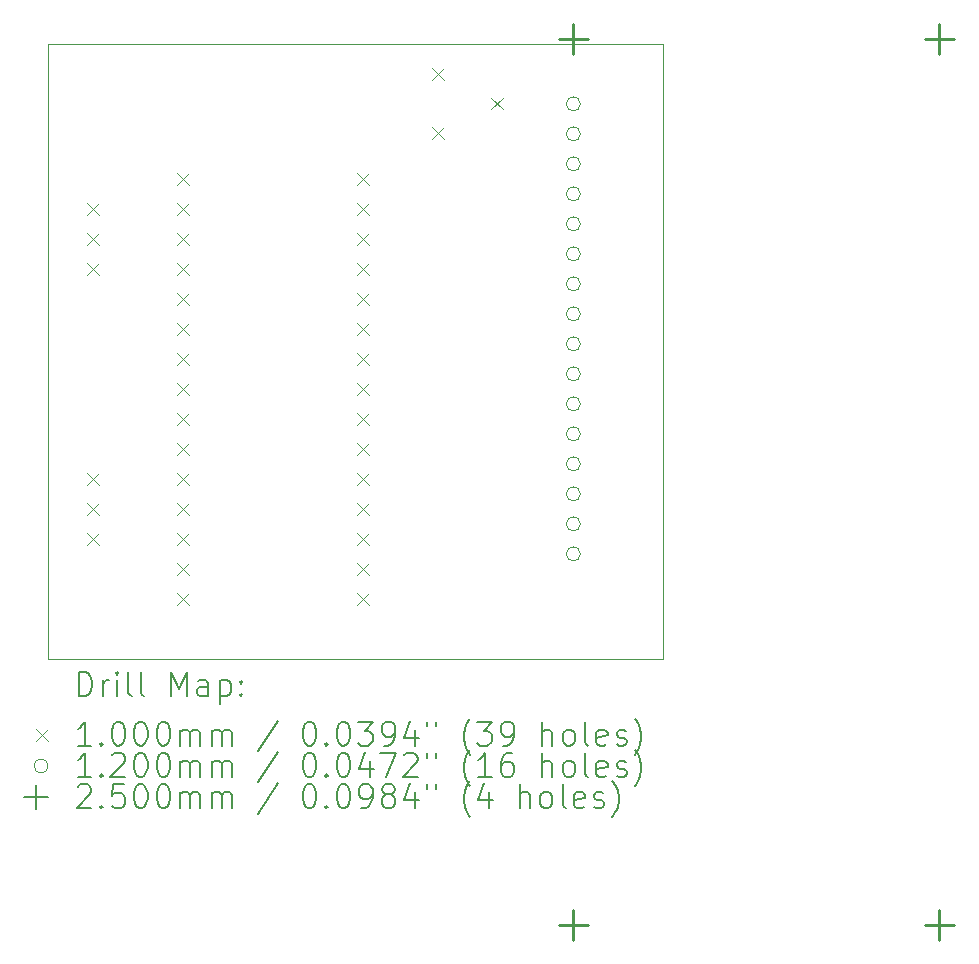
<source format=gbr>
%TF.GenerationSoftware,KiCad,Pcbnew,7.0.5*%
%TF.CreationDate,2024-09-21T21:15:24+03:00*%
%TF.ProjectId,MatterEverything_Board,4d617474-6572-4457-9665-72797468696e,rev?*%
%TF.SameCoordinates,Original*%
%TF.FileFunction,Drillmap*%
%TF.FilePolarity,Positive*%
%FSLAX45Y45*%
G04 Gerber Fmt 4.5, Leading zero omitted, Abs format (unit mm)*
G04 Created by KiCad (PCBNEW 7.0.5) date 2024-09-21 21:15:24*
%MOMM*%
%LPD*%
G01*
G04 APERTURE LIST*
%ADD10C,0.038100*%
%ADD11C,0.200000*%
%ADD12C,0.100000*%
%ADD13C,0.120000*%
%ADD14C,0.250000*%
G04 APERTURE END LIST*
D10*
X20574000Y-8128000D02*
X20574000Y-8382000D01*
X15367000Y-8128000D02*
X20574000Y-8128000D01*
X15367000Y-8382000D02*
X15367000Y-8128000D01*
X20574000Y-13335000D02*
X20574000Y-8382000D01*
X15367000Y-13335000D02*
X20574000Y-13335000D01*
X15367000Y-8382000D02*
X15367000Y-13335000D01*
D11*
D12*
X15698000Y-9475000D02*
X15798000Y-9575000D01*
X15798000Y-9475000D02*
X15698000Y-9575000D01*
X15698000Y-9729000D02*
X15798000Y-9829000D01*
X15798000Y-9729000D02*
X15698000Y-9829000D01*
X15698000Y-9983000D02*
X15798000Y-10083000D01*
X15798000Y-9983000D02*
X15698000Y-10083000D01*
X15698000Y-11761000D02*
X15798000Y-11861000D01*
X15798000Y-11761000D02*
X15698000Y-11861000D01*
X15698000Y-12015000D02*
X15798000Y-12115000D01*
X15798000Y-12015000D02*
X15698000Y-12115000D01*
X15698000Y-12269000D02*
X15798000Y-12369000D01*
X15798000Y-12269000D02*
X15698000Y-12369000D01*
X16460000Y-9221000D02*
X16560000Y-9321000D01*
X16560000Y-9221000D02*
X16460000Y-9321000D01*
X16460000Y-9475000D02*
X16560000Y-9575000D01*
X16560000Y-9475000D02*
X16460000Y-9575000D01*
X16460000Y-9729000D02*
X16560000Y-9829000D01*
X16560000Y-9729000D02*
X16460000Y-9829000D01*
X16460000Y-9983000D02*
X16560000Y-10083000D01*
X16560000Y-9983000D02*
X16460000Y-10083000D01*
X16460000Y-10237000D02*
X16560000Y-10337000D01*
X16560000Y-10237000D02*
X16460000Y-10337000D01*
X16460000Y-10491000D02*
X16560000Y-10591000D01*
X16560000Y-10491000D02*
X16460000Y-10591000D01*
X16460000Y-10745000D02*
X16560000Y-10845000D01*
X16560000Y-10745000D02*
X16460000Y-10845000D01*
X16460000Y-10999000D02*
X16560000Y-11099000D01*
X16560000Y-10999000D02*
X16460000Y-11099000D01*
X16460000Y-11253000D02*
X16560000Y-11353000D01*
X16560000Y-11253000D02*
X16460000Y-11353000D01*
X16460000Y-11507000D02*
X16560000Y-11607000D01*
X16560000Y-11507000D02*
X16460000Y-11607000D01*
X16460000Y-11761000D02*
X16560000Y-11861000D01*
X16560000Y-11761000D02*
X16460000Y-11861000D01*
X16460000Y-12015000D02*
X16560000Y-12115000D01*
X16560000Y-12015000D02*
X16460000Y-12115000D01*
X16460000Y-12269000D02*
X16560000Y-12369000D01*
X16560000Y-12269000D02*
X16460000Y-12369000D01*
X16460000Y-12523000D02*
X16560000Y-12623000D01*
X16560000Y-12523000D02*
X16460000Y-12623000D01*
X16460000Y-12777000D02*
X16560000Y-12877000D01*
X16560000Y-12777000D02*
X16460000Y-12877000D01*
X17984000Y-9221000D02*
X18084000Y-9321000D01*
X18084000Y-9221000D02*
X17984000Y-9321000D01*
X17984000Y-9475000D02*
X18084000Y-9575000D01*
X18084000Y-9475000D02*
X17984000Y-9575000D01*
X17984000Y-9729000D02*
X18084000Y-9829000D01*
X18084000Y-9729000D02*
X17984000Y-9829000D01*
X17984000Y-9983000D02*
X18084000Y-10083000D01*
X18084000Y-9983000D02*
X17984000Y-10083000D01*
X17984000Y-10237000D02*
X18084000Y-10337000D01*
X18084000Y-10237000D02*
X17984000Y-10337000D01*
X17984000Y-10491000D02*
X18084000Y-10591000D01*
X18084000Y-10491000D02*
X17984000Y-10591000D01*
X17984000Y-10745000D02*
X18084000Y-10845000D01*
X18084000Y-10745000D02*
X17984000Y-10845000D01*
X17984000Y-10999000D02*
X18084000Y-11099000D01*
X18084000Y-10999000D02*
X17984000Y-11099000D01*
X17984000Y-11253000D02*
X18084000Y-11353000D01*
X18084000Y-11253000D02*
X17984000Y-11353000D01*
X17984000Y-11507000D02*
X18084000Y-11607000D01*
X18084000Y-11507000D02*
X17984000Y-11607000D01*
X17984000Y-11761000D02*
X18084000Y-11861000D01*
X18084000Y-11761000D02*
X17984000Y-11861000D01*
X17984000Y-12015000D02*
X18084000Y-12115000D01*
X18084000Y-12015000D02*
X17984000Y-12115000D01*
X17984000Y-12269000D02*
X18084000Y-12369000D01*
X18084000Y-12269000D02*
X17984000Y-12369000D01*
X17984000Y-12523000D02*
X18084000Y-12623000D01*
X18084000Y-12523000D02*
X17984000Y-12623000D01*
X17984000Y-12777000D02*
X18084000Y-12877000D01*
X18084000Y-12777000D02*
X17984000Y-12877000D01*
X18619000Y-8332000D02*
X18719000Y-8432000D01*
X18719000Y-8332000D02*
X18619000Y-8432000D01*
X18619000Y-8832000D02*
X18719000Y-8932000D01*
X18719000Y-8832000D02*
X18619000Y-8932000D01*
X19119000Y-8582000D02*
X19219000Y-8682000D01*
X19219000Y-8582000D02*
X19119000Y-8682000D01*
D13*
X19872000Y-8636000D02*
G75*
G03*
X19872000Y-8636000I-60000J0D01*
G01*
X19872000Y-8890000D02*
G75*
G03*
X19872000Y-8890000I-60000J0D01*
G01*
X19872000Y-9144000D02*
G75*
G03*
X19872000Y-9144000I-60000J0D01*
G01*
X19872000Y-9398000D02*
G75*
G03*
X19872000Y-9398000I-60000J0D01*
G01*
X19872000Y-9652000D02*
G75*
G03*
X19872000Y-9652000I-60000J0D01*
G01*
X19872000Y-9906000D02*
G75*
G03*
X19872000Y-9906000I-60000J0D01*
G01*
X19872000Y-10160000D02*
G75*
G03*
X19872000Y-10160000I-60000J0D01*
G01*
X19872000Y-10414000D02*
G75*
G03*
X19872000Y-10414000I-60000J0D01*
G01*
X19872000Y-10668000D02*
G75*
G03*
X19872000Y-10668000I-60000J0D01*
G01*
X19872000Y-10922000D02*
G75*
G03*
X19872000Y-10922000I-60000J0D01*
G01*
X19872000Y-11176000D02*
G75*
G03*
X19872000Y-11176000I-60000J0D01*
G01*
X19872000Y-11430000D02*
G75*
G03*
X19872000Y-11430000I-60000J0D01*
G01*
X19872000Y-11684000D02*
G75*
G03*
X19872000Y-11684000I-60000J0D01*
G01*
X19872000Y-11938000D02*
G75*
G03*
X19872000Y-11938000I-60000J0D01*
G01*
X19872000Y-12192000D02*
G75*
G03*
X19872000Y-12192000I-60000J0D01*
G01*
X19872000Y-12446000D02*
G75*
G03*
X19872000Y-12446000I-60000J0D01*
G01*
D14*
X19812000Y-7961090D02*
X19812000Y-8211090D01*
X19687000Y-8086090D02*
X19937000Y-8086090D01*
X19812000Y-15461000D02*
X19812000Y-15711000D01*
X19687000Y-15586000D02*
X19937000Y-15586000D01*
X22912070Y-7961090D02*
X22912070Y-8211090D01*
X22787070Y-8086090D02*
X23037070Y-8086090D01*
X22912070Y-15460948D02*
X22912070Y-15710948D01*
X22787070Y-15585948D02*
X23037070Y-15585948D01*
D11*
X15625872Y-13648389D02*
X15625872Y-13448389D01*
X15625872Y-13448389D02*
X15673491Y-13448389D01*
X15673491Y-13448389D02*
X15702062Y-13457913D01*
X15702062Y-13457913D02*
X15721110Y-13476960D01*
X15721110Y-13476960D02*
X15730634Y-13496008D01*
X15730634Y-13496008D02*
X15740157Y-13534103D01*
X15740157Y-13534103D02*
X15740157Y-13562674D01*
X15740157Y-13562674D02*
X15730634Y-13600770D01*
X15730634Y-13600770D02*
X15721110Y-13619817D01*
X15721110Y-13619817D02*
X15702062Y-13638865D01*
X15702062Y-13638865D02*
X15673491Y-13648389D01*
X15673491Y-13648389D02*
X15625872Y-13648389D01*
X15825872Y-13648389D02*
X15825872Y-13515055D01*
X15825872Y-13553151D02*
X15835396Y-13534103D01*
X15835396Y-13534103D02*
X15844919Y-13524579D01*
X15844919Y-13524579D02*
X15863967Y-13515055D01*
X15863967Y-13515055D02*
X15883015Y-13515055D01*
X15949681Y-13648389D02*
X15949681Y-13515055D01*
X15949681Y-13448389D02*
X15940157Y-13457913D01*
X15940157Y-13457913D02*
X15949681Y-13467436D01*
X15949681Y-13467436D02*
X15959205Y-13457913D01*
X15959205Y-13457913D02*
X15949681Y-13448389D01*
X15949681Y-13448389D02*
X15949681Y-13467436D01*
X16073491Y-13648389D02*
X16054443Y-13638865D01*
X16054443Y-13638865D02*
X16044919Y-13619817D01*
X16044919Y-13619817D02*
X16044919Y-13448389D01*
X16178253Y-13648389D02*
X16159205Y-13638865D01*
X16159205Y-13638865D02*
X16149681Y-13619817D01*
X16149681Y-13619817D02*
X16149681Y-13448389D01*
X16406824Y-13648389D02*
X16406824Y-13448389D01*
X16406824Y-13448389D02*
X16473491Y-13591246D01*
X16473491Y-13591246D02*
X16540157Y-13448389D01*
X16540157Y-13448389D02*
X16540157Y-13648389D01*
X16721110Y-13648389D02*
X16721110Y-13543627D01*
X16721110Y-13543627D02*
X16711586Y-13524579D01*
X16711586Y-13524579D02*
X16692538Y-13515055D01*
X16692538Y-13515055D02*
X16654443Y-13515055D01*
X16654443Y-13515055D02*
X16635396Y-13524579D01*
X16721110Y-13638865D02*
X16702062Y-13648389D01*
X16702062Y-13648389D02*
X16654443Y-13648389D01*
X16654443Y-13648389D02*
X16635396Y-13638865D01*
X16635396Y-13638865D02*
X16625872Y-13619817D01*
X16625872Y-13619817D02*
X16625872Y-13600770D01*
X16625872Y-13600770D02*
X16635396Y-13581722D01*
X16635396Y-13581722D02*
X16654443Y-13572198D01*
X16654443Y-13572198D02*
X16702062Y-13572198D01*
X16702062Y-13572198D02*
X16721110Y-13562674D01*
X16816348Y-13515055D02*
X16816348Y-13715055D01*
X16816348Y-13524579D02*
X16835396Y-13515055D01*
X16835396Y-13515055D02*
X16873491Y-13515055D01*
X16873491Y-13515055D02*
X16892539Y-13524579D01*
X16892539Y-13524579D02*
X16902062Y-13534103D01*
X16902062Y-13534103D02*
X16911586Y-13553151D01*
X16911586Y-13553151D02*
X16911586Y-13610293D01*
X16911586Y-13610293D02*
X16902062Y-13629341D01*
X16902062Y-13629341D02*
X16892539Y-13638865D01*
X16892539Y-13638865D02*
X16873491Y-13648389D01*
X16873491Y-13648389D02*
X16835396Y-13648389D01*
X16835396Y-13648389D02*
X16816348Y-13638865D01*
X16997300Y-13629341D02*
X17006824Y-13638865D01*
X17006824Y-13638865D02*
X16997300Y-13648389D01*
X16997300Y-13648389D02*
X16987777Y-13638865D01*
X16987777Y-13638865D02*
X16997300Y-13629341D01*
X16997300Y-13629341D02*
X16997300Y-13648389D01*
X16997300Y-13524579D02*
X17006824Y-13534103D01*
X17006824Y-13534103D02*
X16997300Y-13543627D01*
X16997300Y-13543627D02*
X16987777Y-13534103D01*
X16987777Y-13534103D02*
X16997300Y-13524579D01*
X16997300Y-13524579D02*
X16997300Y-13543627D01*
D12*
X15265095Y-13926905D02*
X15365095Y-14026905D01*
X15365095Y-13926905D02*
X15265095Y-14026905D01*
D11*
X15730634Y-14068389D02*
X15616348Y-14068389D01*
X15673491Y-14068389D02*
X15673491Y-13868389D01*
X15673491Y-13868389D02*
X15654443Y-13896960D01*
X15654443Y-13896960D02*
X15635396Y-13916008D01*
X15635396Y-13916008D02*
X15616348Y-13925532D01*
X15816348Y-14049341D02*
X15825872Y-14058865D01*
X15825872Y-14058865D02*
X15816348Y-14068389D01*
X15816348Y-14068389D02*
X15806824Y-14058865D01*
X15806824Y-14058865D02*
X15816348Y-14049341D01*
X15816348Y-14049341D02*
X15816348Y-14068389D01*
X15949681Y-13868389D02*
X15968729Y-13868389D01*
X15968729Y-13868389D02*
X15987777Y-13877913D01*
X15987777Y-13877913D02*
X15997300Y-13887436D01*
X15997300Y-13887436D02*
X16006824Y-13906484D01*
X16006824Y-13906484D02*
X16016348Y-13944579D01*
X16016348Y-13944579D02*
X16016348Y-13992198D01*
X16016348Y-13992198D02*
X16006824Y-14030293D01*
X16006824Y-14030293D02*
X15997300Y-14049341D01*
X15997300Y-14049341D02*
X15987777Y-14058865D01*
X15987777Y-14058865D02*
X15968729Y-14068389D01*
X15968729Y-14068389D02*
X15949681Y-14068389D01*
X15949681Y-14068389D02*
X15930634Y-14058865D01*
X15930634Y-14058865D02*
X15921110Y-14049341D01*
X15921110Y-14049341D02*
X15911586Y-14030293D01*
X15911586Y-14030293D02*
X15902062Y-13992198D01*
X15902062Y-13992198D02*
X15902062Y-13944579D01*
X15902062Y-13944579D02*
X15911586Y-13906484D01*
X15911586Y-13906484D02*
X15921110Y-13887436D01*
X15921110Y-13887436D02*
X15930634Y-13877913D01*
X15930634Y-13877913D02*
X15949681Y-13868389D01*
X16140157Y-13868389D02*
X16159205Y-13868389D01*
X16159205Y-13868389D02*
X16178253Y-13877913D01*
X16178253Y-13877913D02*
X16187777Y-13887436D01*
X16187777Y-13887436D02*
X16197300Y-13906484D01*
X16197300Y-13906484D02*
X16206824Y-13944579D01*
X16206824Y-13944579D02*
X16206824Y-13992198D01*
X16206824Y-13992198D02*
X16197300Y-14030293D01*
X16197300Y-14030293D02*
X16187777Y-14049341D01*
X16187777Y-14049341D02*
X16178253Y-14058865D01*
X16178253Y-14058865D02*
X16159205Y-14068389D01*
X16159205Y-14068389D02*
X16140157Y-14068389D01*
X16140157Y-14068389D02*
X16121110Y-14058865D01*
X16121110Y-14058865D02*
X16111586Y-14049341D01*
X16111586Y-14049341D02*
X16102062Y-14030293D01*
X16102062Y-14030293D02*
X16092538Y-13992198D01*
X16092538Y-13992198D02*
X16092538Y-13944579D01*
X16092538Y-13944579D02*
X16102062Y-13906484D01*
X16102062Y-13906484D02*
X16111586Y-13887436D01*
X16111586Y-13887436D02*
X16121110Y-13877913D01*
X16121110Y-13877913D02*
X16140157Y-13868389D01*
X16330634Y-13868389D02*
X16349681Y-13868389D01*
X16349681Y-13868389D02*
X16368729Y-13877913D01*
X16368729Y-13877913D02*
X16378253Y-13887436D01*
X16378253Y-13887436D02*
X16387777Y-13906484D01*
X16387777Y-13906484D02*
X16397300Y-13944579D01*
X16397300Y-13944579D02*
X16397300Y-13992198D01*
X16397300Y-13992198D02*
X16387777Y-14030293D01*
X16387777Y-14030293D02*
X16378253Y-14049341D01*
X16378253Y-14049341D02*
X16368729Y-14058865D01*
X16368729Y-14058865D02*
X16349681Y-14068389D01*
X16349681Y-14068389D02*
X16330634Y-14068389D01*
X16330634Y-14068389D02*
X16311586Y-14058865D01*
X16311586Y-14058865D02*
X16302062Y-14049341D01*
X16302062Y-14049341D02*
X16292538Y-14030293D01*
X16292538Y-14030293D02*
X16283015Y-13992198D01*
X16283015Y-13992198D02*
X16283015Y-13944579D01*
X16283015Y-13944579D02*
X16292538Y-13906484D01*
X16292538Y-13906484D02*
X16302062Y-13887436D01*
X16302062Y-13887436D02*
X16311586Y-13877913D01*
X16311586Y-13877913D02*
X16330634Y-13868389D01*
X16483015Y-14068389D02*
X16483015Y-13935055D01*
X16483015Y-13954103D02*
X16492538Y-13944579D01*
X16492538Y-13944579D02*
X16511586Y-13935055D01*
X16511586Y-13935055D02*
X16540158Y-13935055D01*
X16540158Y-13935055D02*
X16559205Y-13944579D01*
X16559205Y-13944579D02*
X16568729Y-13963627D01*
X16568729Y-13963627D02*
X16568729Y-14068389D01*
X16568729Y-13963627D02*
X16578253Y-13944579D01*
X16578253Y-13944579D02*
X16597300Y-13935055D01*
X16597300Y-13935055D02*
X16625872Y-13935055D01*
X16625872Y-13935055D02*
X16644919Y-13944579D01*
X16644919Y-13944579D02*
X16654443Y-13963627D01*
X16654443Y-13963627D02*
X16654443Y-14068389D01*
X16749681Y-14068389D02*
X16749681Y-13935055D01*
X16749681Y-13954103D02*
X16759205Y-13944579D01*
X16759205Y-13944579D02*
X16778253Y-13935055D01*
X16778253Y-13935055D02*
X16806824Y-13935055D01*
X16806824Y-13935055D02*
X16825872Y-13944579D01*
X16825872Y-13944579D02*
X16835396Y-13963627D01*
X16835396Y-13963627D02*
X16835396Y-14068389D01*
X16835396Y-13963627D02*
X16844920Y-13944579D01*
X16844920Y-13944579D02*
X16863967Y-13935055D01*
X16863967Y-13935055D02*
X16892539Y-13935055D01*
X16892539Y-13935055D02*
X16911586Y-13944579D01*
X16911586Y-13944579D02*
X16921110Y-13963627D01*
X16921110Y-13963627D02*
X16921110Y-14068389D01*
X17311586Y-13858865D02*
X17140158Y-14116008D01*
X17568729Y-13868389D02*
X17587777Y-13868389D01*
X17587777Y-13868389D02*
X17606824Y-13877913D01*
X17606824Y-13877913D02*
X17616348Y-13887436D01*
X17616348Y-13887436D02*
X17625872Y-13906484D01*
X17625872Y-13906484D02*
X17635396Y-13944579D01*
X17635396Y-13944579D02*
X17635396Y-13992198D01*
X17635396Y-13992198D02*
X17625872Y-14030293D01*
X17625872Y-14030293D02*
X17616348Y-14049341D01*
X17616348Y-14049341D02*
X17606824Y-14058865D01*
X17606824Y-14058865D02*
X17587777Y-14068389D01*
X17587777Y-14068389D02*
X17568729Y-14068389D01*
X17568729Y-14068389D02*
X17549682Y-14058865D01*
X17549682Y-14058865D02*
X17540158Y-14049341D01*
X17540158Y-14049341D02*
X17530634Y-14030293D01*
X17530634Y-14030293D02*
X17521110Y-13992198D01*
X17521110Y-13992198D02*
X17521110Y-13944579D01*
X17521110Y-13944579D02*
X17530634Y-13906484D01*
X17530634Y-13906484D02*
X17540158Y-13887436D01*
X17540158Y-13887436D02*
X17549682Y-13877913D01*
X17549682Y-13877913D02*
X17568729Y-13868389D01*
X17721110Y-14049341D02*
X17730634Y-14058865D01*
X17730634Y-14058865D02*
X17721110Y-14068389D01*
X17721110Y-14068389D02*
X17711586Y-14058865D01*
X17711586Y-14058865D02*
X17721110Y-14049341D01*
X17721110Y-14049341D02*
X17721110Y-14068389D01*
X17854443Y-13868389D02*
X17873491Y-13868389D01*
X17873491Y-13868389D02*
X17892539Y-13877913D01*
X17892539Y-13877913D02*
X17902063Y-13887436D01*
X17902063Y-13887436D02*
X17911586Y-13906484D01*
X17911586Y-13906484D02*
X17921110Y-13944579D01*
X17921110Y-13944579D02*
X17921110Y-13992198D01*
X17921110Y-13992198D02*
X17911586Y-14030293D01*
X17911586Y-14030293D02*
X17902063Y-14049341D01*
X17902063Y-14049341D02*
X17892539Y-14058865D01*
X17892539Y-14058865D02*
X17873491Y-14068389D01*
X17873491Y-14068389D02*
X17854443Y-14068389D01*
X17854443Y-14068389D02*
X17835396Y-14058865D01*
X17835396Y-14058865D02*
X17825872Y-14049341D01*
X17825872Y-14049341D02*
X17816348Y-14030293D01*
X17816348Y-14030293D02*
X17806824Y-13992198D01*
X17806824Y-13992198D02*
X17806824Y-13944579D01*
X17806824Y-13944579D02*
X17816348Y-13906484D01*
X17816348Y-13906484D02*
X17825872Y-13887436D01*
X17825872Y-13887436D02*
X17835396Y-13877913D01*
X17835396Y-13877913D02*
X17854443Y-13868389D01*
X17987777Y-13868389D02*
X18111586Y-13868389D01*
X18111586Y-13868389D02*
X18044920Y-13944579D01*
X18044920Y-13944579D02*
X18073491Y-13944579D01*
X18073491Y-13944579D02*
X18092539Y-13954103D01*
X18092539Y-13954103D02*
X18102063Y-13963627D01*
X18102063Y-13963627D02*
X18111586Y-13982674D01*
X18111586Y-13982674D02*
X18111586Y-14030293D01*
X18111586Y-14030293D02*
X18102063Y-14049341D01*
X18102063Y-14049341D02*
X18092539Y-14058865D01*
X18092539Y-14058865D02*
X18073491Y-14068389D01*
X18073491Y-14068389D02*
X18016348Y-14068389D01*
X18016348Y-14068389D02*
X17997301Y-14058865D01*
X17997301Y-14058865D02*
X17987777Y-14049341D01*
X18206824Y-14068389D02*
X18244920Y-14068389D01*
X18244920Y-14068389D02*
X18263967Y-14058865D01*
X18263967Y-14058865D02*
X18273491Y-14049341D01*
X18273491Y-14049341D02*
X18292539Y-14020770D01*
X18292539Y-14020770D02*
X18302063Y-13982674D01*
X18302063Y-13982674D02*
X18302063Y-13906484D01*
X18302063Y-13906484D02*
X18292539Y-13887436D01*
X18292539Y-13887436D02*
X18283015Y-13877913D01*
X18283015Y-13877913D02*
X18263967Y-13868389D01*
X18263967Y-13868389D02*
X18225872Y-13868389D01*
X18225872Y-13868389D02*
X18206824Y-13877913D01*
X18206824Y-13877913D02*
X18197301Y-13887436D01*
X18197301Y-13887436D02*
X18187777Y-13906484D01*
X18187777Y-13906484D02*
X18187777Y-13954103D01*
X18187777Y-13954103D02*
X18197301Y-13973151D01*
X18197301Y-13973151D02*
X18206824Y-13982674D01*
X18206824Y-13982674D02*
X18225872Y-13992198D01*
X18225872Y-13992198D02*
X18263967Y-13992198D01*
X18263967Y-13992198D02*
X18283015Y-13982674D01*
X18283015Y-13982674D02*
X18292539Y-13973151D01*
X18292539Y-13973151D02*
X18302063Y-13954103D01*
X18473491Y-13935055D02*
X18473491Y-14068389D01*
X18425872Y-13858865D02*
X18378253Y-14001722D01*
X18378253Y-14001722D02*
X18502063Y-14001722D01*
X18568729Y-13868389D02*
X18568729Y-13906484D01*
X18644920Y-13868389D02*
X18644920Y-13906484D01*
X18940158Y-14144579D02*
X18930634Y-14135055D01*
X18930634Y-14135055D02*
X18911586Y-14106484D01*
X18911586Y-14106484D02*
X18902063Y-14087436D01*
X18902063Y-14087436D02*
X18892539Y-14058865D01*
X18892539Y-14058865D02*
X18883015Y-14011246D01*
X18883015Y-14011246D02*
X18883015Y-13973151D01*
X18883015Y-13973151D02*
X18892539Y-13925532D01*
X18892539Y-13925532D02*
X18902063Y-13896960D01*
X18902063Y-13896960D02*
X18911586Y-13877913D01*
X18911586Y-13877913D02*
X18930634Y-13849341D01*
X18930634Y-13849341D02*
X18940158Y-13839817D01*
X18997301Y-13868389D02*
X19121110Y-13868389D01*
X19121110Y-13868389D02*
X19054444Y-13944579D01*
X19054444Y-13944579D02*
X19083015Y-13944579D01*
X19083015Y-13944579D02*
X19102063Y-13954103D01*
X19102063Y-13954103D02*
X19111586Y-13963627D01*
X19111586Y-13963627D02*
X19121110Y-13982674D01*
X19121110Y-13982674D02*
X19121110Y-14030293D01*
X19121110Y-14030293D02*
X19111586Y-14049341D01*
X19111586Y-14049341D02*
X19102063Y-14058865D01*
X19102063Y-14058865D02*
X19083015Y-14068389D01*
X19083015Y-14068389D02*
X19025872Y-14068389D01*
X19025872Y-14068389D02*
X19006825Y-14058865D01*
X19006825Y-14058865D02*
X18997301Y-14049341D01*
X19216348Y-14068389D02*
X19254444Y-14068389D01*
X19254444Y-14068389D02*
X19273491Y-14058865D01*
X19273491Y-14058865D02*
X19283015Y-14049341D01*
X19283015Y-14049341D02*
X19302063Y-14020770D01*
X19302063Y-14020770D02*
X19311586Y-13982674D01*
X19311586Y-13982674D02*
X19311586Y-13906484D01*
X19311586Y-13906484D02*
X19302063Y-13887436D01*
X19302063Y-13887436D02*
X19292539Y-13877913D01*
X19292539Y-13877913D02*
X19273491Y-13868389D01*
X19273491Y-13868389D02*
X19235396Y-13868389D01*
X19235396Y-13868389D02*
X19216348Y-13877913D01*
X19216348Y-13877913D02*
X19206825Y-13887436D01*
X19206825Y-13887436D02*
X19197301Y-13906484D01*
X19197301Y-13906484D02*
X19197301Y-13954103D01*
X19197301Y-13954103D02*
X19206825Y-13973151D01*
X19206825Y-13973151D02*
X19216348Y-13982674D01*
X19216348Y-13982674D02*
X19235396Y-13992198D01*
X19235396Y-13992198D02*
X19273491Y-13992198D01*
X19273491Y-13992198D02*
X19292539Y-13982674D01*
X19292539Y-13982674D02*
X19302063Y-13973151D01*
X19302063Y-13973151D02*
X19311586Y-13954103D01*
X19549682Y-14068389D02*
X19549682Y-13868389D01*
X19635396Y-14068389D02*
X19635396Y-13963627D01*
X19635396Y-13963627D02*
X19625872Y-13944579D01*
X19625872Y-13944579D02*
X19606825Y-13935055D01*
X19606825Y-13935055D02*
X19578253Y-13935055D01*
X19578253Y-13935055D02*
X19559206Y-13944579D01*
X19559206Y-13944579D02*
X19549682Y-13954103D01*
X19759206Y-14068389D02*
X19740158Y-14058865D01*
X19740158Y-14058865D02*
X19730634Y-14049341D01*
X19730634Y-14049341D02*
X19721110Y-14030293D01*
X19721110Y-14030293D02*
X19721110Y-13973151D01*
X19721110Y-13973151D02*
X19730634Y-13954103D01*
X19730634Y-13954103D02*
X19740158Y-13944579D01*
X19740158Y-13944579D02*
X19759206Y-13935055D01*
X19759206Y-13935055D02*
X19787777Y-13935055D01*
X19787777Y-13935055D02*
X19806825Y-13944579D01*
X19806825Y-13944579D02*
X19816348Y-13954103D01*
X19816348Y-13954103D02*
X19825872Y-13973151D01*
X19825872Y-13973151D02*
X19825872Y-14030293D01*
X19825872Y-14030293D02*
X19816348Y-14049341D01*
X19816348Y-14049341D02*
X19806825Y-14058865D01*
X19806825Y-14058865D02*
X19787777Y-14068389D01*
X19787777Y-14068389D02*
X19759206Y-14068389D01*
X19940158Y-14068389D02*
X19921110Y-14058865D01*
X19921110Y-14058865D02*
X19911587Y-14039817D01*
X19911587Y-14039817D02*
X19911587Y-13868389D01*
X20092539Y-14058865D02*
X20073491Y-14068389D01*
X20073491Y-14068389D02*
X20035396Y-14068389D01*
X20035396Y-14068389D02*
X20016348Y-14058865D01*
X20016348Y-14058865D02*
X20006825Y-14039817D01*
X20006825Y-14039817D02*
X20006825Y-13963627D01*
X20006825Y-13963627D02*
X20016348Y-13944579D01*
X20016348Y-13944579D02*
X20035396Y-13935055D01*
X20035396Y-13935055D02*
X20073491Y-13935055D01*
X20073491Y-13935055D02*
X20092539Y-13944579D01*
X20092539Y-13944579D02*
X20102063Y-13963627D01*
X20102063Y-13963627D02*
X20102063Y-13982674D01*
X20102063Y-13982674D02*
X20006825Y-14001722D01*
X20178253Y-14058865D02*
X20197301Y-14068389D01*
X20197301Y-14068389D02*
X20235396Y-14068389D01*
X20235396Y-14068389D02*
X20254444Y-14058865D01*
X20254444Y-14058865D02*
X20263968Y-14039817D01*
X20263968Y-14039817D02*
X20263968Y-14030293D01*
X20263968Y-14030293D02*
X20254444Y-14011246D01*
X20254444Y-14011246D02*
X20235396Y-14001722D01*
X20235396Y-14001722D02*
X20206825Y-14001722D01*
X20206825Y-14001722D02*
X20187777Y-13992198D01*
X20187777Y-13992198D02*
X20178253Y-13973151D01*
X20178253Y-13973151D02*
X20178253Y-13963627D01*
X20178253Y-13963627D02*
X20187777Y-13944579D01*
X20187777Y-13944579D02*
X20206825Y-13935055D01*
X20206825Y-13935055D02*
X20235396Y-13935055D01*
X20235396Y-13935055D02*
X20254444Y-13944579D01*
X20330634Y-14144579D02*
X20340158Y-14135055D01*
X20340158Y-14135055D02*
X20359206Y-14106484D01*
X20359206Y-14106484D02*
X20368729Y-14087436D01*
X20368729Y-14087436D02*
X20378253Y-14058865D01*
X20378253Y-14058865D02*
X20387777Y-14011246D01*
X20387777Y-14011246D02*
X20387777Y-13973151D01*
X20387777Y-13973151D02*
X20378253Y-13925532D01*
X20378253Y-13925532D02*
X20368729Y-13896960D01*
X20368729Y-13896960D02*
X20359206Y-13877913D01*
X20359206Y-13877913D02*
X20340158Y-13849341D01*
X20340158Y-13849341D02*
X20330634Y-13839817D01*
D13*
X15365095Y-14240905D02*
G75*
G03*
X15365095Y-14240905I-60000J0D01*
G01*
D11*
X15730634Y-14332389D02*
X15616348Y-14332389D01*
X15673491Y-14332389D02*
X15673491Y-14132389D01*
X15673491Y-14132389D02*
X15654443Y-14160960D01*
X15654443Y-14160960D02*
X15635396Y-14180008D01*
X15635396Y-14180008D02*
X15616348Y-14189532D01*
X15816348Y-14313341D02*
X15825872Y-14322865D01*
X15825872Y-14322865D02*
X15816348Y-14332389D01*
X15816348Y-14332389D02*
X15806824Y-14322865D01*
X15806824Y-14322865D02*
X15816348Y-14313341D01*
X15816348Y-14313341D02*
X15816348Y-14332389D01*
X15902062Y-14151436D02*
X15911586Y-14141913D01*
X15911586Y-14141913D02*
X15930634Y-14132389D01*
X15930634Y-14132389D02*
X15978253Y-14132389D01*
X15978253Y-14132389D02*
X15997300Y-14141913D01*
X15997300Y-14141913D02*
X16006824Y-14151436D01*
X16006824Y-14151436D02*
X16016348Y-14170484D01*
X16016348Y-14170484D02*
X16016348Y-14189532D01*
X16016348Y-14189532D02*
X16006824Y-14218103D01*
X16006824Y-14218103D02*
X15892538Y-14332389D01*
X15892538Y-14332389D02*
X16016348Y-14332389D01*
X16140157Y-14132389D02*
X16159205Y-14132389D01*
X16159205Y-14132389D02*
X16178253Y-14141913D01*
X16178253Y-14141913D02*
X16187777Y-14151436D01*
X16187777Y-14151436D02*
X16197300Y-14170484D01*
X16197300Y-14170484D02*
X16206824Y-14208579D01*
X16206824Y-14208579D02*
X16206824Y-14256198D01*
X16206824Y-14256198D02*
X16197300Y-14294293D01*
X16197300Y-14294293D02*
X16187777Y-14313341D01*
X16187777Y-14313341D02*
X16178253Y-14322865D01*
X16178253Y-14322865D02*
X16159205Y-14332389D01*
X16159205Y-14332389D02*
X16140157Y-14332389D01*
X16140157Y-14332389D02*
X16121110Y-14322865D01*
X16121110Y-14322865D02*
X16111586Y-14313341D01*
X16111586Y-14313341D02*
X16102062Y-14294293D01*
X16102062Y-14294293D02*
X16092538Y-14256198D01*
X16092538Y-14256198D02*
X16092538Y-14208579D01*
X16092538Y-14208579D02*
X16102062Y-14170484D01*
X16102062Y-14170484D02*
X16111586Y-14151436D01*
X16111586Y-14151436D02*
X16121110Y-14141913D01*
X16121110Y-14141913D02*
X16140157Y-14132389D01*
X16330634Y-14132389D02*
X16349681Y-14132389D01*
X16349681Y-14132389D02*
X16368729Y-14141913D01*
X16368729Y-14141913D02*
X16378253Y-14151436D01*
X16378253Y-14151436D02*
X16387777Y-14170484D01*
X16387777Y-14170484D02*
X16397300Y-14208579D01*
X16397300Y-14208579D02*
X16397300Y-14256198D01*
X16397300Y-14256198D02*
X16387777Y-14294293D01*
X16387777Y-14294293D02*
X16378253Y-14313341D01*
X16378253Y-14313341D02*
X16368729Y-14322865D01*
X16368729Y-14322865D02*
X16349681Y-14332389D01*
X16349681Y-14332389D02*
X16330634Y-14332389D01*
X16330634Y-14332389D02*
X16311586Y-14322865D01*
X16311586Y-14322865D02*
X16302062Y-14313341D01*
X16302062Y-14313341D02*
X16292538Y-14294293D01*
X16292538Y-14294293D02*
X16283015Y-14256198D01*
X16283015Y-14256198D02*
X16283015Y-14208579D01*
X16283015Y-14208579D02*
X16292538Y-14170484D01*
X16292538Y-14170484D02*
X16302062Y-14151436D01*
X16302062Y-14151436D02*
X16311586Y-14141913D01*
X16311586Y-14141913D02*
X16330634Y-14132389D01*
X16483015Y-14332389D02*
X16483015Y-14199055D01*
X16483015Y-14218103D02*
X16492538Y-14208579D01*
X16492538Y-14208579D02*
X16511586Y-14199055D01*
X16511586Y-14199055D02*
X16540158Y-14199055D01*
X16540158Y-14199055D02*
X16559205Y-14208579D01*
X16559205Y-14208579D02*
X16568729Y-14227627D01*
X16568729Y-14227627D02*
X16568729Y-14332389D01*
X16568729Y-14227627D02*
X16578253Y-14208579D01*
X16578253Y-14208579D02*
X16597300Y-14199055D01*
X16597300Y-14199055D02*
X16625872Y-14199055D01*
X16625872Y-14199055D02*
X16644919Y-14208579D01*
X16644919Y-14208579D02*
X16654443Y-14227627D01*
X16654443Y-14227627D02*
X16654443Y-14332389D01*
X16749681Y-14332389D02*
X16749681Y-14199055D01*
X16749681Y-14218103D02*
X16759205Y-14208579D01*
X16759205Y-14208579D02*
X16778253Y-14199055D01*
X16778253Y-14199055D02*
X16806824Y-14199055D01*
X16806824Y-14199055D02*
X16825872Y-14208579D01*
X16825872Y-14208579D02*
X16835396Y-14227627D01*
X16835396Y-14227627D02*
X16835396Y-14332389D01*
X16835396Y-14227627D02*
X16844920Y-14208579D01*
X16844920Y-14208579D02*
X16863967Y-14199055D01*
X16863967Y-14199055D02*
X16892539Y-14199055D01*
X16892539Y-14199055D02*
X16911586Y-14208579D01*
X16911586Y-14208579D02*
X16921110Y-14227627D01*
X16921110Y-14227627D02*
X16921110Y-14332389D01*
X17311586Y-14122865D02*
X17140158Y-14380008D01*
X17568729Y-14132389D02*
X17587777Y-14132389D01*
X17587777Y-14132389D02*
X17606824Y-14141913D01*
X17606824Y-14141913D02*
X17616348Y-14151436D01*
X17616348Y-14151436D02*
X17625872Y-14170484D01*
X17625872Y-14170484D02*
X17635396Y-14208579D01*
X17635396Y-14208579D02*
X17635396Y-14256198D01*
X17635396Y-14256198D02*
X17625872Y-14294293D01*
X17625872Y-14294293D02*
X17616348Y-14313341D01*
X17616348Y-14313341D02*
X17606824Y-14322865D01*
X17606824Y-14322865D02*
X17587777Y-14332389D01*
X17587777Y-14332389D02*
X17568729Y-14332389D01*
X17568729Y-14332389D02*
X17549682Y-14322865D01*
X17549682Y-14322865D02*
X17540158Y-14313341D01*
X17540158Y-14313341D02*
X17530634Y-14294293D01*
X17530634Y-14294293D02*
X17521110Y-14256198D01*
X17521110Y-14256198D02*
X17521110Y-14208579D01*
X17521110Y-14208579D02*
X17530634Y-14170484D01*
X17530634Y-14170484D02*
X17540158Y-14151436D01*
X17540158Y-14151436D02*
X17549682Y-14141913D01*
X17549682Y-14141913D02*
X17568729Y-14132389D01*
X17721110Y-14313341D02*
X17730634Y-14322865D01*
X17730634Y-14322865D02*
X17721110Y-14332389D01*
X17721110Y-14332389D02*
X17711586Y-14322865D01*
X17711586Y-14322865D02*
X17721110Y-14313341D01*
X17721110Y-14313341D02*
X17721110Y-14332389D01*
X17854443Y-14132389D02*
X17873491Y-14132389D01*
X17873491Y-14132389D02*
X17892539Y-14141913D01*
X17892539Y-14141913D02*
X17902063Y-14151436D01*
X17902063Y-14151436D02*
X17911586Y-14170484D01*
X17911586Y-14170484D02*
X17921110Y-14208579D01*
X17921110Y-14208579D02*
X17921110Y-14256198D01*
X17921110Y-14256198D02*
X17911586Y-14294293D01*
X17911586Y-14294293D02*
X17902063Y-14313341D01*
X17902063Y-14313341D02*
X17892539Y-14322865D01*
X17892539Y-14322865D02*
X17873491Y-14332389D01*
X17873491Y-14332389D02*
X17854443Y-14332389D01*
X17854443Y-14332389D02*
X17835396Y-14322865D01*
X17835396Y-14322865D02*
X17825872Y-14313341D01*
X17825872Y-14313341D02*
X17816348Y-14294293D01*
X17816348Y-14294293D02*
X17806824Y-14256198D01*
X17806824Y-14256198D02*
X17806824Y-14208579D01*
X17806824Y-14208579D02*
X17816348Y-14170484D01*
X17816348Y-14170484D02*
X17825872Y-14151436D01*
X17825872Y-14151436D02*
X17835396Y-14141913D01*
X17835396Y-14141913D02*
X17854443Y-14132389D01*
X18092539Y-14199055D02*
X18092539Y-14332389D01*
X18044920Y-14122865D02*
X17997301Y-14265722D01*
X17997301Y-14265722D02*
X18121110Y-14265722D01*
X18178253Y-14132389D02*
X18311586Y-14132389D01*
X18311586Y-14132389D02*
X18225872Y-14332389D01*
X18378253Y-14151436D02*
X18387777Y-14141913D01*
X18387777Y-14141913D02*
X18406824Y-14132389D01*
X18406824Y-14132389D02*
X18454444Y-14132389D01*
X18454444Y-14132389D02*
X18473491Y-14141913D01*
X18473491Y-14141913D02*
X18483015Y-14151436D01*
X18483015Y-14151436D02*
X18492539Y-14170484D01*
X18492539Y-14170484D02*
X18492539Y-14189532D01*
X18492539Y-14189532D02*
X18483015Y-14218103D01*
X18483015Y-14218103D02*
X18368729Y-14332389D01*
X18368729Y-14332389D02*
X18492539Y-14332389D01*
X18568729Y-14132389D02*
X18568729Y-14170484D01*
X18644920Y-14132389D02*
X18644920Y-14170484D01*
X18940158Y-14408579D02*
X18930634Y-14399055D01*
X18930634Y-14399055D02*
X18911586Y-14370484D01*
X18911586Y-14370484D02*
X18902063Y-14351436D01*
X18902063Y-14351436D02*
X18892539Y-14322865D01*
X18892539Y-14322865D02*
X18883015Y-14275246D01*
X18883015Y-14275246D02*
X18883015Y-14237151D01*
X18883015Y-14237151D02*
X18892539Y-14189532D01*
X18892539Y-14189532D02*
X18902063Y-14160960D01*
X18902063Y-14160960D02*
X18911586Y-14141913D01*
X18911586Y-14141913D02*
X18930634Y-14113341D01*
X18930634Y-14113341D02*
X18940158Y-14103817D01*
X19121110Y-14332389D02*
X19006825Y-14332389D01*
X19063967Y-14332389D02*
X19063967Y-14132389D01*
X19063967Y-14132389D02*
X19044920Y-14160960D01*
X19044920Y-14160960D02*
X19025872Y-14180008D01*
X19025872Y-14180008D02*
X19006825Y-14189532D01*
X19292539Y-14132389D02*
X19254444Y-14132389D01*
X19254444Y-14132389D02*
X19235396Y-14141913D01*
X19235396Y-14141913D02*
X19225872Y-14151436D01*
X19225872Y-14151436D02*
X19206825Y-14180008D01*
X19206825Y-14180008D02*
X19197301Y-14218103D01*
X19197301Y-14218103D02*
X19197301Y-14294293D01*
X19197301Y-14294293D02*
X19206825Y-14313341D01*
X19206825Y-14313341D02*
X19216348Y-14322865D01*
X19216348Y-14322865D02*
X19235396Y-14332389D01*
X19235396Y-14332389D02*
X19273491Y-14332389D01*
X19273491Y-14332389D02*
X19292539Y-14322865D01*
X19292539Y-14322865D02*
X19302063Y-14313341D01*
X19302063Y-14313341D02*
X19311586Y-14294293D01*
X19311586Y-14294293D02*
X19311586Y-14246674D01*
X19311586Y-14246674D02*
X19302063Y-14227627D01*
X19302063Y-14227627D02*
X19292539Y-14218103D01*
X19292539Y-14218103D02*
X19273491Y-14208579D01*
X19273491Y-14208579D02*
X19235396Y-14208579D01*
X19235396Y-14208579D02*
X19216348Y-14218103D01*
X19216348Y-14218103D02*
X19206825Y-14227627D01*
X19206825Y-14227627D02*
X19197301Y-14246674D01*
X19549682Y-14332389D02*
X19549682Y-14132389D01*
X19635396Y-14332389D02*
X19635396Y-14227627D01*
X19635396Y-14227627D02*
X19625872Y-14208579D01*
X19625872Y-14208579D02*
X19606825Y-14199055D01*
X19606825Y-14199055D02*
X19578253Y-14199055D01*
X19578253Y-14199055D02*
X19559206Y-14208579D01*
X19559206Y-14208579D02*
X19549682Y-14218103D01*
X19759206Y-14332389D02*
X19740158Y-14322865D01*
X19740158Y-14322865D02*
X19730634Y-14313341D01*
X19730634Y-14313341D02*
X19721110Y-14294293D01*
X19721110Y-14294293D02*
X19721110Y-14237151D01*
X19721110Y-14237151D02*
X19730634Y-14218103D01*
X19730634Y-14218103D02*
X19740158Y-14208579D01*
X19740158Y-14208579D02*
X19759206Y-14199055D01*
X19759206Y-14199055D02*
X19787777Y-14199055D01*
X19787777Y-14199055D02*
X19806825Y-14208579D01*
X19806825Y-14208579D02*
X19816348Y-14218103D01*
X19816348Y-14218103D02*
X19825872Y-14237151D01*
X19825872Y-14237151D02*
X19825872Y-14294293D01*
X19825872Y-14294293D02*
X19816348Y-14313341D01*
X19816348Y-14313341D02*
X19806825Y-14322865D01*
X19806825Y-14322865D02*
X19787777Y-14332389D01*
X19787777Y-14332389D02*
X19759206Y-14332389D01*
X19940158Y-14332389D02*
X19921110Y-14322865D01*
X19921110Y-14322865D02*
X19911587Y-14303817D01*
X19911587Y-14303817D02*
X19911587Y-14132389D01*
X20092539Y-14322865D02*
X20073491Y-14332389D01*
X20073491Y-14332389D02*
X20035396Y-14332389D01*
X20035396Y-14332389D02*
X20016348Y-14322865D01*
X20016348Y-14322865D02*
X20006825Y-14303817D01*
X20006825Y-14303817D02*
X20006825Y-14227627D01*
X20006825Y-14227627D02*
X20016348Y-14208579D01*
X20016348Y-14208579D02*
X20035396Y-14199055D01*
X20035396Y-14199055D02*
X20073491Y-14199055D01*
X20073491Y-14199055D02*
X20092539Y-14208579D01*
X20092539Y-14208579D02*
X20102063Y-14227627D01*
X20102063Y-14227627D02*
X20102063Y-14246674D01*
X20102063Y-14246674D02*
X20006825Y-14265722D01*
X20178253Y-14322865D02*
X20197301Y-14332389D01*
X20197301Y-14332389D02*
X20235396Y-14332389D01*
X20235396Y-14332389D02*
X20254444Y-14322865D01*
X20254444Y-14322865D02*
X20263968Y-14303817D01*
X20263968Y-14303817D02*
X20263968Y-14294293D01*
X20263968Y-14294293D02*
X20254444Y-14275246D01*
X20254444Y-14275246D02*
X20235396Y-14265722D01*
X20235396Y-14265722D02*
X20206825Y-14265722D01*
X20206825Y-14265722D02*
X20187777Y-14256198D01*
X20187777Y-14256198D02*
X20178253Y-14237151D01*
X20178253Y-14237151D02*
X20178253Y-14227627D01*
X20178253Y-14227627D02*
X20187777Y-14208579D01*
X20187777Y-14208579D02*
X20206825Y-14199055D01*
X20206825Y-14199055D02*
X20235396Y-14199055D01*
X20235396Y-14199055D02*
X20254444Y-14208579D01*
X20330634Y-14408579D02*
X20340158Y-14399055D01*
X20340158Y-14399055D02*
X20359206Y-14370484D01*
X20359206Y-14370484D02*
X20368729Y-14351436D01*
X20368729Y-14351436D02*
X20378253Y-14322865D01*
X20378253Y-14322865D02*
X20387777Y-14275246D01*
X20387777Y-14275246D02*
X20387777Y-14237151D01*
X20387777Y-14237151D02*
X20378253Y-14189532D01*
X20378253Y-14189532D02*
X20368729Y-14160960D01*
X20368729Y-14160960D02*
X20359206Y-14141913D01*
X20359206Y-14141913D02*
X20340158Y-14113341D01*
X20340158Y-14113341D02*
X20330634Y-14103817D01*
X15265095Y-14404905D02*
X15265095Y-14604905D01*
X15165095Y-14504905D02*
X15365095Y-14504905D01*
X15616348Y-14415436D02*
X15625872Y-14405913D01*
X15625872Y-14405913D02*
X15644919Y-14396389D01*
X15644919Y-14396389D02*
X15692538Y-14396389D01*
X15692538Y-14396389D02*
X15711586Y-14405913D01*
X15711586Y-14405913D02*
X15721110Y-14415436D01*
X15721110Y-14415436D02*
X15730634Y-14434484D01*
X15730634Y-14434484D02*
X15730634Y-14453532D01*
X15730634Y-14453532D02*
X15721110Y-14482103D01*
X15721110Y-14482103D02*
X15606824Y-14596389D01*
X15606824Y-14596389D02*
X15730634Y-14596389D01*
X15816348Y-14577341D02*
X15825872Y-14586865D01*
X15825872Y-14586865D02*
X15816348Y-14596389D01*
X15816348Y-14596389D02*
X15806824Y-14586865D01*
X15806824Y-14586865D02*
X15816348Y-14577341D01*
X15816348Y-14577341D02*
X15816348Y-14596389D01*
X16006824Y-14396389D02*
X15911586Y-14396389D01*
X15911586Y-14396389D02*
X15902062Y-14491627D01*
X15902062Y-14491627D02*
X15911586Y-14482103D01*
X15911586Y-14482103D02*
X15930634Y-14472579D01*
X15930634Y-14472579D02*
X15978253Y-14472579D01*
X15978253Y-14472579D02*
X15997300Y-14482103D01*
X15997300Y-14482103D02*
X16006824Y-14491627D01*
X16006824Y-14491627D02*
X16016348Y-14510674D01*
X16016348Y-14510674D02*
X16016348Y-14558293D01*
X16016348Y-14558293D02*
X16006824Y-14577341D01*
X16006824Y-14577341D02*
X15997300Y-14586865D01*
X15997300Y-14586865D02*
X15978253Y-14596389D01*
X15978253Y-14596389D02*
X15930634Y-14596389D01*
X15930634Y-14596389D02*
X15911586Y-14586865D01*
X15911586Y-14586865D02*
X15902062Y-14577341D01*
X16140157Y-14396389D02*
X16159205Y-14396389D01*
X16159205Y-14396389D02*
X16178253Y-14405913D01*
X16178253Y-14405913D02*
X16187777Y-14415436D01*
X16187777Y-14415436D02*
X16197300Y-14434484D01*
X16197300Y-14434484D02*
X16206824Y-14472579D01*
X16206824Y-14472579D02*
X16206824Y-14520198D01*
X16206824Y-14520198D02*
X16197300Y-14558293D01*
X16197300Y-14558293D02*
X16187777Y-14577341D01*
X16187777Y-14577341D02*
X16178253Y-14586865D01*
X16178253Y-14586865D02*
X16159205Y-14596389D01*
X16159205Y-14596389D02*
X16140157Y-14596389D01*
X16140157Y-14596389D02*
X16121110Y-14586865D01*
X16121110Y-14586865D02*
X16111586Y-14577341D01*
X16111586Y-14577341D02*
X16102062Y-14558293D01*
X16102062Y-14558293D02*
X16092538Y-14520198D01*
X16092538Y-14520198D02*
X16092538Y-14472579D01*
X16092538Y-14472579D02*
X16102062Y-14434484D01*
X16102062Y-14434484D02*
X16111586Y-14415436D01*
X16111586Y-14415436D02*
X16121110Y-14405913D01*
X16121110Y-14405913D02*
X16140157Y-14396389D01*
X16330634Y-14396389D02*
X16349681Y-14396389D01*
X16349681Y-14396389D02*
X16368729Y-14405913D01*
X16368729Y-14405913D02*
X16378253Y-14415436D01*
X16378253Y-14415436D02*
X16387777Y-14434484D01*
X16387777Y-14434484D02*
X16397300Y-14472579D01*
X16397300Y-14472579D02*
X16397300Y-14520198D01*
X16397300Y-14520198D02*
X16387777Y-14558293D01*
X16387777Y-14558293D02*
X16378253Y-14577341D01*
X16378253Y-14577341D02*
X16368729Y-14586865D01*
X16368729Y-14586865D02*
X16349681Y-14596389D01*
X16349681Y-14596389D02*
X16330634Y-14596389D01*
X16330634Y-14596389D02*
X16311586Y-14586865D01*
X16311586Y-14586865D02*
X16302062Y-14577341D01*
X16302062Y-14577341D02*
X16292538Y-14558293D01*
X16292538Y-14558293D02*
X16283015Y-14520198D01*
X16283015Y-14520198D02*
X16283015Y-14472579D01*
X16283015Y-14472579D02*
X16292538Y-14434484D01*
X16292538Y-14434484D02*
X16302062Y-14415436D01*
X16302062Y-14415436D02*
X16311586Y-14405913D01*
X16311586Y-14405913D02*
X16330634Y-14396389D01*
X16483015Y-14596389D02*
X16483015Y-14463055D01*
X16483015Y-14482103D02*
X16492538Y-14472579D01*
X16492538Y-14472579D02*
X16511586Y-14463055D01*
X16511586Y-14463055D02*
X16540158Y-14463055D01*
X16540158Y-14463055D02*
X16559205Y-14472579D01*
X16559205Y-14472579D02*
X16568729Y-14491627D01*
X16568729Y-14491627D02*
X16568729Y-14596389D01*
X16568729Y-14491627D02*
X16578253Y-14472579D01*
X16578253Y-14472579D02*
X16597300Y-14463055D01*
X16597300Y-14463055D02*
X16625872Y-14463055D01*
X16625872Y-14463055D02*
X16644919Y-14472579D01*
X16644919Y-14472579D02*
X16654443Y-14491627D01*
X16654443Y-14491627D02*
X16654443Y-14596389D01*
X16749681Y-14596389D02*
X16749681Y-14463055D01*
X16749681Y-14482103D02*
X16759205Y-14472579D01*
X16759205Y-14472579D02*
X16778253Y-14463055D01*
X16778253Y-14463055D02*
X16806824Y-14463055D01*
X16806824Y-14463055D02*
X16825872Y-14472579D01*
X16825872Y-14472579D02*
X16835396Y-14491627D01*
X16835396Y-14491627D02*
X16835396Y-14596389D01*
X16835396Y-14491627D02*
X16844920Y-14472579D01*
X16844920Y-14472579D02*
X16863967Y-14463055D01*
X16863967Y-14463055D02*
X16892539Y-14463055D01*
X16892539Y-14463055D02*
X16911586Y-14472579D01*
X16911586Y-14472579D02*
X16921110Y-14491627D01*
X16921110Y-14491627D02*
X16921110Y-14596389D01*
X17311586Y-14386865D02*
X17140158Y-14644008D01*
X17568729Y-14396389D02*
X17587777Y-14396389D01*
X17587777Y-14396389D02*
X17606824Y-14405913D01*
X17606824Y-14405913D02*
X17616348Y-14415436D01*
X17616348Y-14415436D02*
X17625872Y-14434484D01*
X17625872Y-14434484D02*
X17635396Y-14472579D01*
X17635396Y-14472579D02*
X17635396Y-14520198D01*
X17635396Y-14520198D02*
X17625872Y-14558293D01*
X17625872Y-14558293D02*
X17616348Y-14577341D01*
X17616348Y-14577341D02*
X17606824Y-14586865D01*
X17606824Y-14586865D02*
X17587777Y-14596389D01*
X17587777Y-14596389D02*
X17568729Y-14596389D01*
X17568729Y-14596389D02*
X17549682Y-14586865D01*
X17549682Y-14586865D02*
X17540158Y-14577341D01*
X17540158Y-14577341D02*
X17530634Y-14558293D01*
X17530634Y-14558293D02*
X17521110Y-14520198D01*
X17521110Y-14520198D02*
X17521110Y-14472579D01*
X17521110Y-14472579D02*
X17530634Y-14434484D01*
X17530634Y-14434484D02*
X17540158Y-14415436D01*
X17540158Y-14415436D02*
X17549682Y-14405913D01*
X17549682Y-14405913D02*
X17568729Y-14396389D01*
X17721110Y-14577341D02*
X17730634Y-14586865D01*
X17730634Y-14586865D02*
X17721110Y-14596389D01*
X17721110Y-14596389D02*
X17711586Y-14586865D01*
X17711586Y-14586865D02*
X17721110Y-14577341D01*
X17721110Y-14577341D02*
X17721110Y-14596389D01*
X17854443Y-14396389D02*
X17873491Y-14396389D01*
X17873491Y-14396389D02*
X17892539Y-14405913D01*
X17892539Y-14405913D02*
X17902063Y-14415436D01*
X17902063Y-14415436D02*
X17911586Y-14434484D01*
X17911586Y-14434484D02*
X17921110Y-14472579D01*
X17921110Y-14472579D02*
X17921110Y-14520198D01*
X17921110Y-14520198D02*
X17911586Y-14558293D01*
X17911586Y-14558293D02*
X17902063Y-14577341D01*
X17902063Y-14577341D02*
X17892539Y-14586865D01*
X17892539Y-14586865D02*
X17873491Y-14596389D01*
X17873491Y-14596389D02*
X17854443Y-14596389D01*
X17854443Y-14596389D02*
X17835396Y-14586865D01*
X17835396Y-14586865D02*
X17825872Y-14577341D01*
X17825872Y-14577341D02*
X17816348Y-14558293D01*
X17816348Y-14558293D02*
X17806824Y-14520198D01*
X17806824Y-14520198D02*
X17806824Y-14472579D01*
X17806824Y-14472579D02*
X17816348Y-14434484D01*
X17816348Y-14434484D02*
X17825872Y-14415436D01*
X17825872Y-14415436D02*
X17835396Y-14405913D01*
X17835396Y-14405913D02*
X17854443Y-14396389D01*
X18016348Y-14596389D02*
X18054443Y-14596389D01*
X18054443Y-14596389D02*
X18073491Y-14586865D01*
X18073491Y-14586865D02*
X18083015Y-14577341D01*
X18083015Y-14577341D02*
X18102063Y-14548770D01*
X18102063Y-14548770D02*
X18111586Y-14510674D01*
X18111586Y-14510674D02*
X18111586Y-14434484D01*
X18111586Y-14434484D02*
X18102063Y-14415436D01*
X18102063Y-14415436D02*
X18092539Y-14405913D01*
X18092539Y-14405913D02*
X18073491Y-14396389D01*
X18073491Y-14396389D02*
X18035396Y-14396389D01*
X18035396Y-14396389D02*
X18016348Y-14405913D01*
X18016348Y-14405913D02*
X18006824Y-14415436D01*
X18006824Y-14415436D02*
X17997301Y-14434484D01*
X17997301Y-14434484D02*
X17997301Y-14482103D01*
X17997301Y-14482103D02*
X18006824Y-14501151D01*
X18006824Y-14501151D02*
X18016348Y-14510674D01*
X18016348Y-14510674D02*
X18035396Y-14520198D01*
X18035396Y-14520198D02*
X18073491Y-14520198D01*
X18073491Y-14520198D02*
X18092539Y-14510674D01*
X18092539Y-14510674D02*
X18102063Y-14501151D01*
X18102063Y-14501151D02*
X18111586Y-14482103D01*
X18225872Y-14482103D02*
X18206824Y-14472579D01*
X18206824Y-14472579D02*
X18197301Y-14463055D01*
X18197301Y-14463055D02*
X18187777Y-14444008D01*
X18187777Y-14444008D02*
X18187777Y-14434484D01*
X18187777Y-14434484D02*
X18197301Y-14415436D01*
X18197301Y-14415436D02*
X18206824Y-14405913D01*
X18206824Y-14405913D02*
X18225872Y-14396389D01*
X18225872Y-14396389D02*
X18263967Y-14396389D01*
X18263967Y-14396389D02*
X18283015Y-14405913D01*
X18283015Y-14405913D02*
X18292539Y-14415436D01*
X18292539Y-14415436D02*
X18302063Y-14434484D01*
X18302063Y-14434484D02*
X18302063Y-14444008D01*
X18302063Y-14444008D02*
X18292539Y-14463055D01*
X18292539Y-14463055D02*
X18283015Y-14472579D01*
X18283015Y-14472579D02*
X18263967Y-14482103D01*
X18263967Y-14482103D02*
X18225872Y-14482103D01*
X18225872Y-14482103D02*
X18206824Y-14491627D01*
X18206824Y-14491627D02*
X18197301Y-14501151D01*
X18197301Y-14501151D02*
X18187777Y-14520198D01*
X18187777Y-14520198D02*
X18187777Y-14558293D01*
X18187777Y-14558293D02*
X18197301Y-14577341D01*
X18197301Y-14577341D02*
X18206824Y-14586865D01*
X18206824Y-14586865D02*
X18225872Y-14596389D01*
X18225872Y-14596389D02*
X18263967Y-14596389D01*
X18263967Y-14596389D02*
X18283015Y-14586865D01*
X18283015Y-14586865D02*
X18292539Y-14577341D01*
X18292539Y-14577341D02*
X18302063Y-14558293D01*
X18302063Y-14558293D02*
X18302063Y-14520198D01*
X18302063Y-14520198D02*
X18292539Y-14501151D01*
X18292539Y-14501151D02*
X18283015Y-14491627D01*
X18283015Y-14491627D02*
X18263967Y-14482103D01*
X18473491Y-14463055D02*
X18473491Y-14596389D01*
X18425872Y-14386865D02*
X18378253Y-14529722D01*
X18378253Y-14529722D02*
X18502063Y-14529722D01*
X18568729Y-14396389D02*
X18568729Y-14434484D01*
X18644920Y-14396389D02*
X18644920Y-14434484D01*
X18940158Y-14672579D02*
X18930634Y-14663055D01*
X18930634Y-14663055D02*
X18911586Y-14634484D01*
X18911586Y-14634484D02*
X18902063Y-14615436D01*
X18902063Y-14615436D02*
X18892539Y-14586865D01*
X18892539Y-14586865D02*
X18883015Y-14539246D01*
X18883015Y-14539246D02*
X18883015Y-14501151D01*
X18883015Y-14501151D02*
X18892539Y-14453532D01*
X18892539Y-14453532D02*
X18902063Y-14424960D01*
X18902063Y-14424960D02*
X18911586Y-14405913D01*
X18911586Y-14405913D02*
X18930634Y-14377341D01*
X18930634Y-14377341D02*
X18940158Y-14367817D01*
X19102063Y-14463055D02*
X19102063Y-14596389D01*
X19054444Y-14386865D02*
X19006825Y-14529722D01*
X19006825Y-14529722D02*
X19130634Y-14529722D01*
X19359206Y-14596389D02*
X19359206Y-14396389D01*
X19444920Y-14596389D02*
X19444920Y-14491627D01*
X19444920Y-14491627D02*
X19435396Y-14472579D01*
X19435396Y-14472579D02*
X19416348Y-14463055D01*
X19416348Y-14463055D02*
X19387777Y-14463055D01*
X19387777Y-14463055D02*
X19368729Y-14472579D01*
X19368729Y-14472579D02*
X19359206Y-14482103D01*
X19568729Y-14596389D02*
X19549682Y-14586865D01*
X19549682Y-14586865D02*
X19540158Y-14577341D01*
X19540158Y-14577341D02*
X19530634Y-14558293D01*
X19530634Y-14558293D02*
X19530634Y-14501151D01*
X19530634Y-14501151D02*
X19540158Y-14482103D01*
X19540158Y-14482103D02*
X19549682Y-14472579D01*
X19549682Y-14472579D02*
X19568729Y-14463055D01*
X19568729Y-14463055D02*
X19597301Y-14463055D01*
X19597301Y-14463055D02*
X19616348Y-14472579D01*
X19616348Y-14472579D02*
X19625872Y-14482103D01*
X19625872Y-14482103D02*
X19635396Y-14501151D01*
X19635396Y-14501151D02*
X19635396Y-14558293D01*
X19635396Y-14558293D02*
X19625872Y-14577341D01*
X19625872Y-14577341D02*
X19616348Y-14586865D01*
X19616348Y-14586865D02*
X19597301Y-14596389D01*
X19597301Y-14596389D02*
X19568729Y-14596389D01*
X19749682Y-14596389D02*
X19730634Y-14586865D01*
X19730634Y-14586865D02*
X19721110Y-14567817D01*
X19721110Y-14567817D02*
X19721110Y-14396389D01*
X19902063Y-14586865D02*
X19883015Y-14596389D01*
X19883015Y-14596389D02*
X19844920Y-14596389D01*
X19844920Y-14596389D02*
X19825872Y-14586865D01*
X19825872Y-14586865D02*
X19816348Y-14567817D01*
X19816348Y-14567817D02*
X19816348Y-14491627D01*
X19816348Y-14491627D02*
X19825872Y-14472579D01*
X19825872Y-14472579D02*
X19844920Y-14463055D01*
X19844920Y-14463055D02*
X19883015Y-14463055D01*
X19883015Y-14463055D02*
X19902063Y-14472579D01*
X19902063Y-14472579D02*
X19911587Y-14491627D01*
X19911587Y-14491627D02*
X19911587Y-14510674D01*
X19911587Y-14510674D02*
X19816348Y-14529722D01*
X19987777Y-14586865D02*
X20006825Y-14596389D01*
X20006825Y-14596389D02*
X20044920Y-14596389D01*
X20044920Y-14596389D02*
X20063968Y-14586865D01*
X20063968Y-14586865D02*
X20073491Y-14567817D01*
X20073491Y-14567817D02*
X20073491Y-14558293D01*
X20073491Y-14558293D02*
X20063968Y-14539246D01*
X20063968Y-14539246D02*
X20044920Y-14529722D01*
X20044920Y-14529722D02*
X20016348Y-14529722D01*
X20016348Y-14529722D02*
X19997301Y-14520198D01*
X19997301Y-14520198D02*
X19987777Y-14501151D01*
X19987777Y-14501151D02*
X19987777Y-14491627D01*
X19987777Y-14491627D02*
X19997301Y-14472579D01*
X19997301Y-14472579D02*
X20016348Y-14463055D01*
X20016348Y-14463055D02*
X20044920Y-14463055D01*
X20044920Y-14463055D02*
X20063968Y-14472579D01*
X20140158Y-14672579D02*
X20149682Y-14663055D01*
X20149682Y-14663055D02*
X20168729Y-14634484D01*
X20168729Y-14634484D02*
X20178253Y-14615436D01*
X20178253Y-14615436D02*
X20187777Y-14586865D01*
X20187777Y-14586865D02*
X20197301Y-14539246D01*
X20197301Y-14539246D02*
X20197301Y-14501151D01*
X20197301Y-14501151D02*
X20187777Y-14453532D01*
X20187777Y-14453532D02*
X20178253Y-14424960D01*
X20178253Y-14424960D02*
X20168729Y-14405913D01*
X20168729Y-14405913D02*
X20149682Y-14377341D01*
X20149682Y-14377341D02*
X20140158Y-14367817D01*
M02*

</source>
